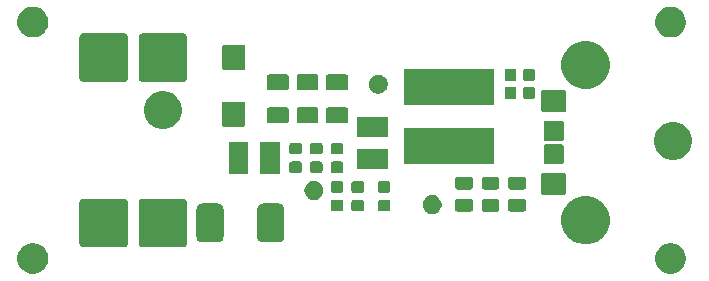
<source format=gts>
G04 #@! TF.GenerationSoftware,KiCad,Pcbnew,5.0.2-bee76a0~70~ubuntu16.04.1*
G04 #@! TF.CreationDate,2019-03-06T23:45:18+01:00*
G04 #@! TF.ProjectId,24VDC_to_USB_voltage_converter,32345644-435f-4746-9f5f-5553425f766f,rev?*
G04 #@! TF.SameCoordinates,Original*
G04 #@! TF.FileFunction,Soldermask,Top*
G04 #@! TF.FilePolarity,Negative*
%FSLAX46Y46*%
G04 Gerber Fmt 4.6, Leading zero omitted, Abs format (unit mm)*
G04 Created by KiCad (PCBNEW 5.0.2-bee76a0~70~ubuntu16.04.1) date Wed 06 Mar 2019 11:45:18 PM CET*
%MOMM*%
%LPD*%
G01*
G04 APERTURE LIST*
%ADD10C,0.100000*%
G04 APERTURE END LIST*
D10*
G36*
X26579485Y-46098996D02*
X26579487Y-46098997D01*
X26579488Y-46098997D01*
X26697253Y-46147777D01*
X26816255Y-46197069D01*
X27029342Y-46339449D01*
X27210551Y-46520658D01*
X27352931Y-46733745D01*
X27451004Y-46970515D01*
X27501000Y-47221861D01*
X27501000Y-47478139D01*
X27451004Y-47729485D01*
X27352931Y-47966255D01*
X27210551Y-48179342D01*
X27029342Y-48360551D01*
X27029339Y-48360553D01*
X26816255Y-48502931D01*
X26579488Y-48601003D01*
X26579487Y-48601003D01*
X26579485Y-48601004D01*
X26328139Y-48651000D01*
X26071861Y-48651000D01*
X25820515Y-48601004D01*
X25820513Y-48601003D01*
X25820512Y-48601003D01*
X25583745Y-48502931D01*
X25370661Y-48360553D01*
X25370658Y-48360551D01*
X25189449Y-48179342D01*
X25047069Y-47966255D01*
X24948996Y-47729485D01*
X24899000Y-47478139D01*
X24899000Y-47221861D01*
X24948996Y-46970515D01*
X25047069Y-46733745D01*
X25189449Y-46520658D01*
X25370658Y-46339449D01*
X25583745Y-46197069D01*
X25702747Y-46147777D01*
X25820512Y-46098997D01*
X25820513Y-46098997D01*
X25820515Y-46098996D01*
X26071861Y-46049000D01*
X26328139Y-46049000D01*
X26579485Y-46098996D01*
X26579485Y-46098996D01*
G37*
G36*
X80579485Y-46098996D02*
X80579487Y-46098997D01*
X80579488Y-46098997D01*
X80697253Y-46147777D01*
X80816255Y-46197069D01*
X81029342Y-46339449D01*
X81210551Y-46520658D01*
X81352931Y-46733745D01*
X81451004Y-46970515D01*
X81501000Y-47221861D01*
X81501000Y-47478139D01*
X81451004Y-47729485D01*
X81352931Y-47966255D01*
X81210551Y-48179342D01*
X81029342Y-48360551D01*
X81029339Y-48360553D01*
X80816255Y-48502931D01*
X80579488Y-48601003D01*
X80579487Y-48601003D01*
X80579485Y-48601004D01*
X80328139Y-48651000D01*
X80071861Y-48651000D01*
X79820515Y-48601004D01*
X79820513Y-48601003D01*
X79820512Y-48601003D01*
X79583745Y-48502931D01*
X79370661Y-48360553D01*
X79370658Y-48360551D01*
X79189449Y-48179342D01*
X79047069Y-47966255D01*
X78948996Y-47729485D01*
X78899000Y-47478139D01*
X78899000Y-47221861D01*
X78948996Y-46970515D01*
X79047069Y-46733745D01*
X79189449Y-46520658D01*
X79370658Y-46339449D01*
X79583745Y-46197069D01*
X79702747Y-46147777D01*
X79820512Y-46098997D01*
X79820513Y-46098997D01*
X79820515Y-46098996D01*
X80071861Y-46049000D01*
X80328139Y-46049000D01*
X80579485Y-46098996D01*
X80579485Y-46098996D01*
G37*
G36*
X39001200Y-42305553D02*
X39059273Y-42323170D01*
X39112805Y-42351783D01*
X39159717Y-42390283D01*
X39198217Y-42437195D01*
X39226830Y-42490727D01*
X39244447Y-42548800D01*
X39251000Y-42615340D01*
X39251000Y-46084660D01*
X39244447Y-46151200D01*
X39226830Y-46209273D01*
X39198217Y-46262805D01*
X39159717Y-46309717D01*
X39112805Y-46348217D01*
X39059273Y-46376830D01*
X39001200Y-46394447D01*
X38934660Y-46401000D01*
X35465340Y-46401000D01*
X35398800Y-46394447D01*
X35340727Y-46376830D01*
X35287195Y-46348217D01*
X35240283Y-46309717D01*
X35201783Y-46262805D01*
X35173170Y-46209273D01*
X35155553Y-46151200D01*
X35149000Y-46084660D01*
X35149000Y-42615340D01*
X35155553Y-42548800D01*
X35173170Y-42490727D01*
X35201783Y-42437195D01*
X35240283Y-42390283D01*
X35287195Y-42351783D01*
X35340727Y-42323170D01*
X35398800Y-42305553D01*
X35465340Y-42299000D01*
X38934660Y-42299000D01*
X39001200Y-42305553D01*
X39001200Y-42305553D01*
G37*
G36*
X34001200Y-42305553D02*
X34059273Y-42323170D01*
X34112805Y-42351783D01*
X34159717Y-42390283D01*
X34198217Y-42437195D01*
X34226830Y-42490727D01*
X34244447Y-42548800D01*
X34251000Y-42615340D01*
X34251000Y-46084660D01*
X34244447Y-46151200D01*
X34226830Y-46209273D01*
X34198217Y-46262805D01*
X34159717Y-46309717D01*
X34112805Y-46348217D01*
X34059273Y-46376830D01*
X34001200Y-46394447D01*
X33934660Y-46401000D01*
X30465340Y-46401000D01*
X30398800Y-46394447D01*
X30340727Y-46376830D01*
X30287195Y-46348217D01*
X30240283Y-46309717D01*
X30201783Y-46262805D01*
X30173170Y-46209273D01*
X30155553Y-46151200D01*
X30149000Y-46084660D01*
X30149000Y-42615340D01*
X30155553Y-42548800D01*
X30173170Y-42490727D01*
X30201783Y-42437195D01*
X30240283Y-42390283D01*
X30287195Y-42351783D01*
X30340727Y-42323170D01*
X30398800Y-42305553D01*
X30465340Y-42299000D01*
X33934660Y-42299000D01*
X34001200Y-42305553D01*
X34001200Y-42305553D01*
G37*
G36*
X73598252Y-42147818D02*
X73598254Y-42147819D01*
X73598255Y-42147819D01*
X73971513Y-42302427D01*
X74223110Y-42470539D01*
X74307439Y-42526886D01*
X74593114Y-42812561D01*
X74593116Y-42812564D01*
X74817573Y-43148487D01*
X74972181Y-43521745D01*
X75051000Y-43917994D01*
X75051000Y-44322006D01*
X74972181Y-44718255D01*
X74817573Y-45091513D01*
X74817572Y-45091514D01*
X74593114Y-45427439D01*
X74307439Y-45713114D01*
X74307436Y-45713116D01*
X73971513Y-45937573D01*
X73598255Y-46092181D01*
X73598254Y-46092181D01*
X73598252Y-46092182D01*
X73202007Y-46171000D01*
X72797993Y-46171000D01*
X72401748Y-46092182D01*
X72401746Y-46092181D01*
X72401745Y-46092181D01*
X72028487Y-45937573D01*
X71692564Y-45713116D01*
X71692561Y-45713114D01*
X71406886Y-45427439D01*
X71182428Y-45091514D01*
X71182427Y-45091513D01*
X71027819Y-44718255D01*
X70949000Y-44322006D01*
X70949000Y-43917994D01*
X71027819Y-43521745D01*
X71182427Y-43148487D01*
X71406884Y-42812564D01*
X71406886Y-42812561D01*
X71692561Y-42526886D01*
X71776890Y-42470539D01*
X72028487Y-42302427D01*
X72401745Y-42147819D01*
X72401746Y-42147819D01*
X72401748Y-42147818D01*
X72797993Y-42069000D01*
X73202007Y-42069000D01*
X73598252Y-42147818D01*
X73598252Y-42147818D01*
G37*
G36*
X47087965Y-42709450D02*
X47184086Y-42738608D01*
X47272669Y-42785957D01*
X47350318Y-42849682D01*
X47414043Y-42927331D01*
X47461392Y-43015914D01*
X47490550Y-43112035D01*
X47501000Y-43218140D01*
X47501000Y-45481860D01*
X47490550Y-45587965D01*
X47461392Y-45684086D01*
X47414043Y-45772669D01*
X47350318Y-45850318D01*
X47272669Y-45914043D01*
X47184086Y-45961392D01*
X47087965Y-45990550D01*
X46981860Y-46001000D01*
X45718140Y-46001000D01*
X45612035Y-45990550D01*
X45515914Y-45961392D01*
X45427331Y-45914043D01*
X45349682Y-45850318D01*
X45285957Y-45772669D01*
X45238608Y-45684086D01*
X45209450Y-45587965D01*
X45199000Y-45481860D01*
X45199000Y-43218140D01*
X45209450Y-43112035D01*
X45238608Y-43015914D01*
X45285957Y-42927331D01*
X45349682Y-42849682D01*
X45427331Y-42785957D01*
X45515914Y-42738608D01*
X45612035Y-42709450D01*
X45718140Y-42699000D01*
X46981860Y-42699000D01*
X47087965Y-42709450D01*
X47087965Y-42709450D01*
G37*
G36*
X41937965Y-42709450D02*
X42034086Y-42738608D01*
X42122669Y-42785957D01*
X42200318Y-42849682D01*
X42264043Y-42927331D01*
X42311392Y-43015914D01*
X42340550Y-43112035D01*
X42351000Y-43218140D01*
X42351000Y-45481860D01*
X42340550Y-45587965D01*
X42311392Y-45684086D01*
X42264043Y-45772669D01*
X42200318Y-45850318D01*
X42122669Y-45914043D01*
X42034086Y-45961392D01*
X41937965Y-45990550D01*
X41831860Y-46001000D01*
X40568140Y-46001000D01*
X40462035Y-45990550D01*
X40365914Y-45961392D01*
X40277331Y-45914043D01*
X40199682Y-45850318D01*
X40135957Y-45772669D01*
X40088608Y-45684086D01*
X40059450Y-45587965D01*
X40049000Y-45481860D01*
X40049000Y-43218140D01*
X40059450Y-43112035D01*
X40088608Y-43015914D01*
X40135957Y-42927331D01*
X40199682Y-42849682D01*
X40277331Y-42785957D01*
X40365914Y-42738608D01*
X40462035Y-42709450D01*
X40568140Y-42699000D01*
X41831860Y-42699000D01*
X41937965Y-42709450D01*
X41937965Y-42709450D01*
G37*
G36*
X60233643Y-42029781D02*
X60379415Y-42090162D01*
X60510611Y-42177824D01*
X60622176Y-42289389D01*
X60709838Y-42420585D01*
X60770219Y-42566357D01*
X60801000Y-42721107D01*
X60801000Y-42878893D01*
X60770219Y-43033643D01*
X60709838Y-43179415D01*
X60622176Y-43310611D01*
X60510611Y-43422176D01*
X60379415Y-43509838D01*
X60233643Y-43570219D01*
X60078893Y-43601000D01*
X59921107Y-43601000D01*
X59766357Y-43570219D01*
X59620585Y-43509838D01*
X59489389Y-43422176D01*
X59377824Y-43310611D01*
X59290162Y-43179415D01*
X59229781Y-43033643D01*
X59199000Y-42878893D01*
X59199000Y-42721107D01*
X59229781Y-42566357D01*
X59290162Y-42420585D01*
X59377824Y-42289389D01*
X59489389Y-42177824D01*
X59620585Y-42090162D01*
X59766357Y-42029781D01*
X59921107Y-41999000D01*
X60078893Y-41999000D01*
X60233643Y-42029781D01*
X60233643Y-42029781D01*
G37*
G36*
X67784466Y-42328564D02*
X67823137Y-42340295D01*
X67858779Y-42359347D01*
X67890017Y-42384982D01*
X67915652Y-42416220D01*
X67934704Y-42451862D01*
X67946435Y-42490533D01*
X67951000Y-42536887D01*
X67951000Y-43188111D01*
X67946435Y-43234465D01*
X67934704Y-43273136D01*
X67915652Y-43308778D01*
X67890017Y-43340016D01*
X67858779Y-43365651D01*
X67823137Y-43384703D01*
X67784466Y-43396434D01*
X67738112Y-43400999D01*
X66661888Y-43400999D01*
X66615534Y-43396434D01*
X66576863Y-43384703D01*
X66541221Y-43365651D01*
X66509983Y-43340016D01*
X66484348Y-43308778D01*
X66465296Y-43273136D01*
X66453565Y-43234465D01*
X66449000Y-43188111D01*
X66449000Y-42536887D01*
X66453565Y-42490533D01*
X66465296Y-42451862D01*
X66484348Y-42416220D01*
X66509983Y-42384982D01*
X66541221Y-42359347D01*
X66576863Y-42340295D01*
X66615534Y-42328564D01*
X66661888Y-42323999D01*
X67738112Y-42323999D01*
X67784466Y-42328564D01*
X67784466Y-42328564D01*
G37*
G36*
X65534466Y-42328564D02*
X65573137Y-42340295D01*
X65608779Y-42359347D01*
X65640017Y-42384982D01*
X65665652Y-42416220D01*
X65684704Y-42451862D01*
X65696435Y-42490533D01*
X65701000Y-42536887D01*
X65701000Y-43188111D01*
X65696435Y-43234465D01*
X65684704Y-43273136D01*
X65665652Y-43308778D01*
X65640017Y-43340016D01*
X65608779Y-43365651D01*
X65573137Y-43384703D01*
X65534466Y-43396434D01*
X65488112Y-43400999D01*
X64411888Y-43400999D01*
X64365534Y-43396434D01*
X64326863Y-43384703D01*
X64291221Y-43365651D01*
X64259983Y-43340016D01*
X64234348Y-43308778D01*
X64215296Y-43273136D01*
X64203565Y-43234465D01*
X64199000Y-43188111D01*
X64199000Y-42536887D01*
X64203565Y-42490533D01*
X64215296Y-42451862D01*
X64234348Y-42416220D01*
X64259983Y-42384982D01*
X64291221Y-42359347D01*
X64326863Y-42340295D01*
X64365534Y-42328564D01*
X64411888Y-42323999D01*
X65488112Y-42323999D01*
X65534466Y-42328564D01*
X65534466Y-42328564D01*
G37*
G36*
X63284466Y-42328564D02*
X63323137Y-42340295D01*
X63358779Y-42359347D01*
X63390017Y-42384982D01*
X63415652Y-42416220D01*
X63434704Y-42451862D01*
X63446435Y-42490533D01*
X63451000Y-42536887D01*
X63451000Y-43188111D01*
X63446435Y-43234465D01*
X63434704Y-43273136D01*
X63415652Y-43308778D01*
X63390017Y-43340016D01*
X63358779Y-43365651D01*
X63323137Y-43384703D01*
X63284466Y-43396434D01*
X63238112Y-43400999D01*
X62161888Y-43400999D01*
X62115534Y-43396434D01*
X62076863Y-43384703D01*
X62041221Y-43365651D01*
X62009983Y-43340016D01*
X61984348Y-43308778D01*
X61965296Y-43273136D01*
X61953565Y-43234465D01*
X61949000Y-43188111D01*
X61949000Y-42536887D01*
X61953565Y-42490533D01*
X61965296Y-42451862D01*
X61984348Y-42416220D01*
X62009983Y-42384982D01*
X62041221Y-42359347D01*
X62076863Y-42340295D01*
X62115534Y-42328564D01*
X62161888Y-42323999D01*
X63238112Y-42323999D01*
X63284466Y-42328564D01*
X63284466Y-42328564D01*
G37*
G36*
X52329591Y-42403085D02*
X52363569Y-42413393D01*
X52394887Y-42430133D01*
X52422339Y-42452661D01*
X52444867Y-42480113D01*
X52461607Y-42511431D01*
X52471915Y-42545409D01*
X52476000Y-42586890D01*
X52476000Y-43188110D01*
X52471915Y-43229591D01*
X52461607Y-43263569D01*
X52444867Y-43294887D01*
X52422339Y-43322339D01*
X52394887Y-43344867D01*
X52363569Y-43361607D01*
X52329591Y-43371915D01*
X52288110Y-43376000D01*
X51611890Y-43376000D01*
X51570409Y-43371915D01*
X51536431Y-43361607D01*
X51505113Y-43344867D01*
X51477661Y-43322339D01*
X51455133Y-43294887D01*
X51438393Y-43263569D01*
X51428085Y-43229591D01*
X51424000Y-43188110D01*
X51424000Y-42586890D01*
X51428085Y-42545409D01*
X51438393Y-42511431D01*
X51455133Y-42480113D01*
X51477661Y-42452661D01*
X51505113Y-42430133D01*
X51536431Y-42413393D01*
X51570409Y-42403085D01*
X51611890Y-42399000D01*
X52288110Y-42399000D01*
X52329591Y-42403085D01*
X52329591Y-42403085D01*
G37*
G36*
X56329591Y-42403085D02*
X56363569Y-42413393D01*
X56394887Y-42430133D01*
X56422339Y-42452661D01*
X56444867Y-42480113D01*
X56461607Y-42511431D01*
X56471915Y-42545409D01*
X56476000Y-42586890D01*
X56476000Y-43188110D01*
X56471915Y-43229591D01*
X56461607Y-43263569D01*
X56444867Y-43294887D01*
X56422339Y-43322339D01*
X56394887Y-43344867D01*
X56363569Y-43361607D01*
X56329591Y-43371915D01*
X56288110Y-43376000D01*
X55611890Y-43376000D01*
X55570409Y-43371915D01*
X55536431Y-43361607D01*
X55505113Y-43344867D01*
X55477661Y-43322339D01*
X55455133Y-43294887D01*
X55438393Y-43263569D01*
X55428085Y-43229591D01*
X55424000Y-43188110D01*
X55424000Y-42586890D01*
X55428085Y-42545409D01*
X55438393Y-42511431D01*
X55455133Y-42480113D01*
X55477661Y-42452661D01*
X55505113Y-42430133D01*
X55536431Y-42413393D01*
X55570409Y-42403085D01*
X55611890Y-42399000D01*
X56288110Y-42399000D01*
X56329591Y-42403085D01*
X56329591Y-42403085D01*
G37*
G36*
X54079591Y-42403085D02*
X54113569Y-42413393D01*
X54144887Y-42430133D01*
X54172339Y-42452661D01*
X54194867Y-42480113D01*
X54211607Y-42511431D01*
X54221915Y-42545409D01*
X54226000Y-42586890D01*
X54226000Y-43188110D01*
X54221915Y-43229591D01*
X54211607Y-43263569D01*
X54194867Y-43294887D01*
X54172339Y-43322339D01*
X54144887Y-43344867D01*
X54113569Y-43361607D01*
X54079591Y-43371915D01*
X54038110Y-43376000D01*
X53361890Y-43376000D01*
X53320409Y-43371915D01*
X53286431Y-43361607D01*
X53255113Y-43344867D01*
X53227661Y-43322339D01*
X53205133Y-43294887D01*
X53188393Y-43263569D01*
X53178085Y-43229591D01*
X53174000Y-43188110D01*
X53174000Y-42586890D01*
X53178085Y-42545409D01*
X53188393Y-42511431D01*
X53205133Y-42480113D01*
X53227661Y-42452661D01*
X53255113Y-42430133D01*
X53286431Y-42413393D01*
X53320409Y-42403085D01*
X53361890Y-42399000D01*
X54038110Y-42399000D01*
X54079591Y-42403085D01*
X54079591Y-42403085D01*
G37*
G36*
X50233643Y-40829781D02*
X50379415Y-40890162D01*
X50510611Y-40977824D01*
X50622176Y-41089389D01*
X50709838Y-41220585D01*
X50770219Y-41366357D01*
X50801000Y-41521107D01*
X50801000Y-41678893D01*
X50770219Y-41833643D01*
X50709838Y-41979415D01*
X50622176Y-42110611D01*
X50510611Y-42222176D01*
X50379415Y-42309838D01*
X50233643Y-42370219D01*
X50078893Y-42401000D01*
X49921107Y-42401000D01*
X49766357Y-42370219D01*
X49620585Y-42309838D01*
X49489389Y-42222176D01*
X49377824Y-42110611D01*
X49290162Y-41979415D01*
X49229781Y-41833643D01*
X49199000Y-41678893D01*
X49199000Y-41521107D01*
X49229781Y-41366357D01*
X49290162Y-41220585D01*
X49377824Y-41089389D01*
X49489389Y-40977824D01*
X49620585Y-40890162D01*
X49766357Y-40829781D01*
X49921107Y-40799000D01*
X50078893Y-40799000D01*
X50233643Y-40829781D01*
X50233643Y-40829781D01*
G37*
G36*
X71181669Y-40103394D02*
X71218664Y-40114616D01*
X71252754Y-40132838D01*
X71282638Y-40157362D01*
X71307162Y-40187246D01*
X71325384Y-40221336D01*
X71336606Y-40258331D01*
X71341000Y-40302941D01*
X71341000Y-41797059D01*
X71336606Y-41841669D01*
X71325384Y-41878664D01*
X71307162Y-41912754D01*
X71282638Y-41942638D01*
X71252754Y-41967162D01*
X71218664Y-41985384D01*
X71181669Y-41996606D01*
X71137059Y-42001000D01*
X69442941Y-42001000D01*
X69398331Y-41996606D01*
X69361336Y-41985384D01*
X69327246Y-41967162D01*
X69297362Y-41942638D01*
X69272838Y-41912754D01*
X69254616Y-41878664D01*
X69243394Y-41841669D01*
X69239000Y-41797059D01*
X69239000Y-40302941D01*
X69243394Y-40258331D01*
X69254616Y-40221336D01*
X69272838Y-40187246D01*
X69297362Y-40157362D01*
X69327246Y-40132838D01*
X69361336Y-40114616D01*
X69398331Y-40103394D01*
X69442941Y-40099000D01*
X71137059Y-40099000D01*
X71181669Y-40103394D01*
X71181669Y-40103394D01*
G37*
G36*
X52329591Y-40828085D02*
X52363569Y-40838393D01*
X52394887Y-40855133D01*
X52422339Y-40877661D01*
X52444867Y-40905113D01*
X52461607Y-40936431D01*
X52471915Y-40970409D01*
X52476000Y-41011890D01*
X52476000Y-41613110D01*
X52471915Y-41654591D01*
X52461607Y-41688569D01*
X52444867Y-41719887D01*
X52422339Y-41747339D01*
X52394887Y-41769867D01*
X52363569Y-41786607D01*
X52329591Y-41796915D01*
X52288110Y-41801000D01*
X51611890Y-41801000D01*
X51570409Y-41796915D01*
X51536431Y-41786607D01*
X51505113Y-41769867D01*
X51477661Y-41747339D01*
X51455133Y-41719887D01*
X51438393Y-41688569D01*
X51428085Y-41654591D01*
X51424000Y-41613110D01*
X51424000Y-41011890D01*
X51428085Y-40970409D01*
X51438393Y-40936431D01*
X51455133Y-40905113D01*
X51477661Y-40877661D01*
X51505113Y-40855133D01*
X51536431Y-40838393D01*
X51570409Y-40828085D01*
X51611890Y-40824000D01*
X52288110Y-40824000D01*
X52329591Y-40828085D01*
X52329591Y-40828085D01*
G37*
G36*
X54079591Y-40828085D02*
X54113569Y-40838393D01*
X54144887Y-40855133D01*
X54172339Y-40877661D01*
X54194867Y-40905113D01*
X54211607Y-40936431D01*
X54221915Y-40970409D01*
X54226000Y-41011890D01*
X54226000Y-41613110D01*
X54221915Y-41654591D01*
X54211607Y-41688569D01*
X54194867Y-41719887D01*
X54172339Y-41747339D01*
X54144887Y-41769867D01*
X54113569Y-41786607D01*
X54079591Y-41796915D01*
X54038110Y-41801000D01*
X53361890Y-41801000D01*
X53320409Y-41796915D01*
X53286431Y-41786607D01*
X53255113Y-41769867D01*
X53227661Y-41747339D01*
X53205133Y-41719887D01*
X53188393Y-41688569D01*
X53178085Y-41654591D01*
X53174000Y-41613110D01*
X53174000Y-41011890D01*
X53178085Y-40970409D01*
X53188393Y-40936431D01*
X53205133Y-40905113D01*
X53227661Y-40877661D01*
X53255113Y-40855133D01*
X53286431Y-40838393D01*
X53320409Y-40828085D01*
X53361890Y-40824000D01*
X54038110Y-40824000D01*
X54079591Y-40828085D01*
X54079591Y-40828085D01*
G37*
G36*
X56329591Y-40828085D02*
X56363569Y-40838393D01*
X56394887Y-40855133D01*
X56422339Y-40877661D01*
X56444867Y-40905113D01*
X56461607Y-40936431D01*
X56471915Y-40970409D01*
X56476000Y-41011890D01*
X56476000Y-41613110D01*
X56471915Y-41654591D01*
X56461607Y-41688569D01*
X56444867Y-41719887D01*
X56422339Y-41747339D01*
X56394887Y-41769867D01*
X56363569Y-41786607D01*
X56329591Y-41796915D01*
X56288110Y-41801000D01*
X55611890Y-41801000D01*
X55570409Y-41796915D01*
X55536431Y-41786607D01*
X55505113Y-41769867D01*
X55477661Y-41747339D01*
X55455133Y-41719887D01*
X55438393Y-41688569D01*
X55428085Y-41654591D01*
X55424000Y-41613110D01*
X55424000Y-41011890D01*
X55428085Y-40970409D01*
X55438393Y-40936431D01*
X55455133Y-40905113D01*
X55477661Y-40877661D01*
X55505113Y-40855133D01*
X55536431Y-40838393D01*
X55570409Y-40828085D01*
X55611890Y-40824000D01*
X56288110Y-40824000D01*
X56329591Y-40828085D01*
X56329591Y-40828085D01*
G37*
G36*
X65534466Y-40453564D02*
X65573137Y-40465295D01*
X65608779Y-40484347D01*
X65640017Y-40509982D01*
X65665652Y-40541220D01*
X65684704Y-40576862D01*
X65696435Y-40615533D01*
X65701000Y-40661887D01*
X65701000Y-41313111D01*
X65696435Y-41359465D01*
X65684704Y-41398136D01*
X65665652Y-41433778D01*
X65640017Y-41465016D01*
X65608779Y-41490651D01*
X65573137Y-41509703D01*
X65534466Y-41521434D01*
X65488112Y-41525999D01*
X64411888Y-41525999D01*
X64365534Y-41521434D01*
X64326863Y-41509703D01*
X64291221Y-41490651D01*
X64259983Y-41465016D01*
X64234348Y-41433778D01*
X64215296Y-41398136D01*
X64203565Y-41359465D01*
X64199000Y-41313111D01*
X64199000Y-40661887D01*
X64203565Y-40615533D01*
X64215296Y-40576862D01*
X64234348Y-40541220D01*
X64259983Y-40509982D01*
X64291221Y-40484347D01*
X64326863Y-40465295D01*
X64365534Y-40453564D01*
X64411888Y-40448999D01*
X65488112Y-40448999D01*
X65534466Y-40453564D01*
X65534466Y-40453564D01*
G37*
G36*
X63284466Y-40453564D02*
X63323137Y-40465295D01*
X63358779Y-40484347D01*
X63390017Y-40509982D01*
X63415652Y-40541220D01*
X63434704Y-40576862D01*
X63446435Y-40615533D01*
X63451000Y-40661887D01*
X63451000Y-41313111D01*
X63446435Y-41359465D01*
X63434704Y-41398136D01*
X63415652Y-41433778D01*
X63390017Y-41465016D01*
X63358779Y-41490651D01*
X63323137Y-41509703D01*
X63284466Y-41521434D01*
X63238112Y-41525999D01*
X62161888Y-41525999D01*
X62115534Y-41521434D01*
X62076863Y-41509703D01*
X62041221Y-41490651D01*
X62009983Y-41465016D01*
X61984348Y-41433778D01*
X61965296Y-41398136D01*
X61953565Y-41359465D01*
X61949000Y-41313111D01*
X61949000Y-40661887D01*
X61953565Y-40615533D01*
X61965296Y-40576862D01*
X61984348Y-40541220D01*
X62009983Y-40509982D01*
X62041221Y-40484347D01*
X62076863Y-40465295D01*
X62115534Y-40453564D01*
X62161888Y-40448999D01*
X63238112Y-40448999D01*
X63284466Y-40453564D01*
X63284466Y-40453564D01*
G37*
G36*
X67784466Y-40453564D02*
X67823137Y-40465295D01*
X67858779Y-40484347D01*
X67890017Y-40509982D01*
X67915652Y-40541220D01*
X67934704Y-40576862D01*
X67946435Y-40615533D01*
X67951000Y-40661887D01*
X67951000Y-41313111D01*
X67946435Y-41359465D01*
X67934704Y-41398136D01*
X67915652Y-41433778D01*
X67890017Y-41465016D01*
X67858779Y-41490651D01*
X67823137Y-41509703D01*
X67784466Y-41521434D01*
X67738112Y-41525999D01*
X66661888Y-41525999D01*
X66615534Y-41521434D01*
X66576863Y-41509703D01*
X66541221Y-41490651D01*
X66509983Y-41465016D01*
X66484348Y-41433778D01*
X66465296Y-41398136D01*
X66453565Y-41359465D01*
X66449000Y-41313111D01*
X66449000Y-40661887D01*
X66453565Y-40615533D01*
X66465296Y-40576862D01*
X66484348Y-40541220D01*
X66509983Y-40509982D01*
X66541221Y-40484347D01*
X66576863Y-40465295D01*
X66615534Y-40453564D01*
X66661888Y-40448999D01*
X67738112Y-40448999D01*
X67784466Y-40453564D01*
X67784466Y-40453564D01*
G37*
G36*
X47131000Y-40176000D02*
X45469000Y-40176000D01*
X45469000Y-37524000D01*
X47131000Y-37524000D01*
X47131000Y-40176000D01*
X47131000Y-40176000D01*
G37*
G36*
X44431000Y-40176000D02*
X42769000Y-40176000D01*
X42769000Y-37524000D01*
X44431000Y-37524000D01*
X44431000Y-40176000D01*
X44431000Y-40176000D01*
G37*
G36*
X52329591Y-39153085D02*
X52363569Y-39163393D01*
X52394887Y-39180133D01*
X52422339Y-39202661D01*
X52444867Y-39230113D01*
X52461607Y-39261431D01*
X52471915Y-39295409D01*
X52476000Y-39336890D01*
X52476000Y-39938110D01*
X52471915Y-39979591D01*
X52461607Y-40013569D01*
X52444867Y-40044887D01*
X52422339Y-40072339D01*
X52394887Y-40094867D01*
X52363569Y-40111607D01*
X52329591Y-40121915D01*
X52288110Y-40126000D01*
X51611890Y-40126000D01*
X51570409Y-40121915D01*
X51536431Y-40111607D01*
X51505113Y-40094867D01*
X51477661Y-40072339D01*
X51455133Y-40044887D01*
X51438393Y-40013569D01*
X51428085Y-39979591D01*
X51424000Y-39938110D01*
X51424000Y-39336890D01*
X51428085Y-39295409D01*
X51438393Y-39261431D01*
X51455133Y-39230113D01*
X51477661Y-39202661D01*
X51505113Y-39180133D01*
X51536431Y-39163393D01*
X51570409Y-39153085D01*
X51611890Y-39149000D01*
X52288110Y-39149000D01*
X52329591Y-39153085D01*
X52329591Y-39153085D01*
G37*
G36*
X48829591Y-39153085D02*
X48863569Y-39163393D01*
X48894887Y-39180133D01*
X48922339Y-39202661D01*
X48944867Y-39230113D01*
X48961607Y-39261431D01*
X48971915Y-39295409D01*
X48976000Y-39336890D01*
X48976000Y-39938110D01*
X48971915Y-39979591D01*
X48961607Y-40013569D01*
X48944867Y-40044887D01*
X48922339Y-40072339D01*
X48894887Y-40094867D01*
X48863569Y-40111607D01*
X48829591Y-40121915D01*
X48788110Y-40126000D01*
X48111890Y-40126000D01*
X48070409Y-40121915D01*
X48036431Y-40111607D01*
X48005113Y-40094867D01*
X47977661Y-40072339D01*
X47955133Y-40044887D01*
X47938393Y-40013569D01*
X47928085Y-39979591D01*
X47924000Y-39938110D01*
X47924000Y-39336890D01*
X47928085Y-39295409D01*
X47938393Y-39261431D01*
X47955133Y-39230113D01*
X47977661Y-39202661D01*
X48005113Y-39180133D01*
X48036431Y-39163393D01*
X48070409Y-39153085D01*
X48111890Y-39149000D01*
X48788110Y-39149000D01*
X48829591Y-39153085D01*
X48829591Y-39153085D01*
G37*
G36*
X50579591Y-39153085D02*
X50613569Y-39163393D01*
X50644887Y-39180133D01*
X50672339Y-39202661D01*
X50694867Y-39230113D01*
X50711607Y-39261431D01*
X50721915Y-39295409D01*
X50726000Y-39336890D01*
X50726000Y-39938110D01*
X50721915Y-39979591D01*
X50711607Y-40013569D01*
X50694867Y-40044887D01*
X50672339Y-40072339D01*
X50644887Y-40094867D01*
X50613569Y-40111607D01*
X50579591Y-40121915D01*
X50538110Y-40126000D01*
X49861890Y-40126000D01*
X49820409Y-40121915D01*
X49786431Y-40111607D01*
X49755113Y-40094867D01*
X49727661Y-40072339D01*
X49705133Y-40044887D01*
X49688393Y-40013569D01*
X49678085Y-39979591D01*
X49674000Y-39938110D01*
X49674000Y-39336890D01*
X49678085Y-39295409D01*
X49688393Y-39261431D01*
X49705133Y-39230113D01*
X49727661Y-39202661D01*
X49755113Y-39180133D01*
X49786431Y-39163393D01*
X49820409Y-39153085D01*
X49861890Y-39149000D01*
X50538110Y-39149000D01*
X50579591Y-39153085D01*
X50579591Y-39153085D01*
G37*
G36*
X56276000Y-39781000D02*
X53624000Y-39781000D01*
X53624000Y-38119000D01*
X56276000Y-38119000D01*
X56276000Y-39781000D01*
X56276000Y-39781000D01*
G37*
G36*
X71005816Y-37702817D02*
X71037184Y-37712332D01*
X71066090Y-37727783D01*
X71091425Y-37748575D01*
X71112217Y-37773910D01*
X71127668Y-37802816D01*
X71137183Y-37834184D01*
X71141000Y-37872940D01*
X71141000Y-39227060D01*
X71137183Y-39265816D01*
X71127668Y-39297184D01*
X71112217Y-39326090D01*
X71091425Y-39351425D01*
X71066090Y-39372217D01*
X71037184Y-39387668D01*
X71005816Y-39397183D01*
X70967060Y-39401000D01*
X69612940Y-39401000D01*
X69574184Y-39397183D01*
X69542816Y-39387668D01*
X69513910Y-39372217D01*
X69488575Y-39351425D01*
X69467783Y-39326090D01*
X69452332Y-39297184D01*
X69442817Y-39265816D01*
X69439000Y-39227060D01*
X69439000Y-37872940D01*
X69442817Y-37834184D01*
X69452332Y-37802816D01*
X69467783Y-37773910D01*
X69488575Y-37748575D01*
X69513910Y-37727783D01*
X69542816Y-37712332D01*
X69574184Y-37702817D01*
X69612940Y-37699000D01*
X70967060Y-37699000D01*
X71005816Y-37702817D01*
X71005816Y-37702817D01*
G37*
G36*
X65251000Y-39401000D02*
X57649000Y-39401000D01*
X57649000Y-36299000D01*
X65251000Y-36299000D01*
X65251000Y-39401000D01*
X65251000Y-39401000D01*
G37*
G36*
X80866703Y-35861486D02*
X81157883Y-35982097D01*
X81419944Y-36157201D01*
X81642799Y-36380056D01*
X81817903Y-36642117D01*
X81938514Y-36933297D01*
X82000000Y-37242412D01*
X82000000Y-37557588D01*
X81938514Y-37866703D01*
X81817903Y-38157883D01*
X81642799Y-38419944D01*
X81419944Y-38642799D01*
X81157883Y-38817903D01*
X80866703Y-38938514D01*
X80557588Y-39000000D01*
X80242412Y-39000000D01*
X79933297Y-38938514D01*
X79642117Y-38817903D01*
X79380056Y-38642799D01*
X79157201Y-38419944D01*
X78982097Y-38157883D01*
X78861486Y-37866703D01*
X78800000Y-37557588D01*
X78800000Y-37242412D01*
X78861486Y-36933297D01*
X78982097Y-36642117D01*
X79157201Y-36380056D01*
X79380056Y-36157201D01*
X79642117Y-35982097D01*
X79933297Y-35861486D01*
X80242412Y-35800000D01*
X80557588Y-35800000D01*
X80866703Y-35861486D01*
X80866703Y-35861486D01*
G37*
G36*
X52329591Y-37578085D02*
X52363569Y-37588393D01*
X52394887Y-37605133D01*
X52422339Y-37627661D01*
X52444867Y-37655113D01*
X52461607Y-37686431D01*
X52471915Y-37720409D01*
X52476000Y-37761890D01*
X52476000Y-38363110D01*
X52471915Y-38404591D01*
X52461607Y-38438569D01*
X52444867Y-38469887D01*
X52422339Y-38497339D01*
X52394887Y-38519867D01*
X52363569Y-38536607D01*
X52329591Y-38546915D01*
X52288110Y-38551000D01*
X51611890Y-38551000D01*
X51570409Y-38546915D01*
X51536431Y-38536607D01*
X51505113Y-38519867D01*
X51477661Y-38497339D01*
X51455133Y-38469887D01*
X51438393Y-38438569D01*
X51428085Y-38404591D01*
X51424000Y-38363110D01*
X51424000Y-37761890D01*
X51428085Y-37720409D01*
X51438393Y-37686431D01*
X51455133Y-37655113D01*
X51477661Y-37627661D01*
X51505113Y-37605133D01*
X51536431Y-37588393D01*
X51570409Y-37578085D01*
X51611890Y-37574000D01*
X52288110Y-37574000D01*
X52329591Y-37578085D01*
X52329591Y-37578085D01*
G37*
G36*
X48829591Y-37578085D02*
X48863569Y-37588393D01*
X48894887Y-37605133D01*
X48922339Y-37627661D01*
X48944867Y-37655113D01*
X48961607Y-37686431D01*
X48971915Y-37720409D01*
X48976000Y-37761890D01*
X48976000Y-38363110D01*
X48971915Y-38404591D01*
X48961607Y-38438569D01*
X48944867Y-38469887D01*
X48922339Y-38497339D01*
X48894887Y-38519867D01*
X48863569Y-38536607D01*
X48829591Y-38546915D01*
X48788110Y-38551000D01*
X48111890Y-38551000D01*
X48070409Y-38546915D01*
X48036431Y-38536607D01*
X48005113Y-38519867D01*
X47977661Y-38497339D01*
X47955133Y-38469887D01*
X47938393Y-38438569D01*
X47928085Y-38404591D01*
X47924000Y-38363110D01*
X47924000Y-37761890D01*
X47928085Y-37720409D01*
X47938393Y-37686431D01*
X47955133Y-37655113D01*
X47977661Y-37627661D01*
X48005113Y-37605133D01*
X48036431Y-37588393D01*
X48070409Y-37578085D01*
X48111890Y-37574000D01*
X48788110Y-37574000D01*
X48829591Y-37578085D01*
X48829591Y-37578085D01*
G37*
G36*
X50579591Y-37578085D02*
X50613569Y-37588393D01*
X50644887Y-37605133D01*
X50672339Y-37627661D01*
X50694867Y-37655113D01*
X50711607Y-37686431D01*
X50721915Y-37720409D01*
X50726000Y-37761890D01*
X50726000Y-38363110D01*
X50721915Y-38404591D01*
X50711607Y-38438569D01*
X50694867Y-38469887D01*
X50672339Y-38497339D01*
X50644887Y-38519867D01*
X50613569Y-38536607D01*
X50579591Y-38546915D01*
X50538110Y-38551000D01*
X49861890Y-38551000D01*
X49820409Y-38546915D01*
X49786431Y-38536607D01*
X49755113Y-38519867D01*
X49727661Y-38497339D01*
X49705133Y-38469887D01*
X49688393Y-38438569D01*
X49678085Y-38404591D01*
X49674000Y-38363110D01*
X49674000Y-37761890D01*
X49678085Y-37720409D01*
X49688393Y-37686431D01*
X49705133Y-37655113D01*
X49727661Y-37627661D01*
X49755113Y-37605133D01*
X49786431Y-37588393D01*
X49820409Y-37578085D01*
X49861890Y-37574000D01*
X50538110Y-37574000D01*
X50579591Y-37578085D01*
X50579591Y-37578085D01*
G37*
G36*
X71005816Y-35702817D02*
X71037184Y-35712332D01*
X71066090Y-35727783D01*
X71091425Y-35748575D01*
X71112217Y-35773910D01*
X71127668Y-35802816D01*
X71137183Y-35834184D01*
X71141000Y-35872940D01*
X71141000Y-37227060D01*
X71137183Y-37265816D01*
X71127668Y-37297184D01*
X71112217Y-37326090D01*
X71091425Y-37351425D01*
X71066090Y-37372217D01*
X71037184Y-37387668D01*
X71005816Y-37397183D01*
X70967060Y-37401000D01*
X69612940Y-37401000D01*
X69574184Y-37397183D01*
X69542816Y-37387668D01*
X69513910Y-37372217D01*
X69488575Y-37351425D01*
X69467783Y-37326090D01*
X69452332Y-37297184D01*
X69442817Y-37265816D01*
X69439000Y-37227060D01*
X69439000Y-35872940D01*
X69442817Y-35834184D01*
X69452332Y-35802816D01*
X69467783Y-35773910D01*
X69488575Y-35748575D01*
X69513910Y-35727783D01*
X69542816Y-35712332D01*
X69574184Y-35702817D01*
X69612940Y-35699000D01*
X70967060Y-35699000D01*
X71005816Y-35702817D01*
X71005816Y-35702817D01*
G37*
G36*
X56276000Y-37081000D02*
X53624000Y-37081000D01*
X53624000Y-35419000D01*
X56276000Y-35419000D01*
X56276000Y-37081000D01*
X56276000Y-37081000D01*
G37*
G36*
X37666703Y-33261486D02*
X37957883Y-33382097D01*
X38219944Y-33557201D01*
X38442799Y-33780056D01*
X38617903Y-34042117D01*
X38738514Y-34333297D01*
X38800000Y-34642412D01*
X38800000Y-34957588D01*
X38738514Y-35266703D01*
X38617903Y-35557883D01*
X38442799Y-35819944D01*
X38219944Y-36042799D01*
X37957883Y-36217903D01*
X37666703Y-36338514D01*
X37357588Y-36400000D01*
X37042412Y-36400000D01*
X36733297Y-36338514D01*
X36442117Y-36217903D01*
X36180056Y-36042799D01*
X35957201Y-35819944D01*
X35782097Y-35557883D01*
X35661486Y-35266703D01*
X35600000Y-34957588D01*
X35600000Y-34642412D01*
X35661486Y-34333297D01*
X35782097Y-34042117D01*
X35957201Y-33780056D01*
X36180056Y-33557201D01*
X36442117Y-33382097D01*
X36733297Y-33261486D01*
X37042412Y-33200000D01*
X37357588Y-33200000D01*
X37666703Y-33261486D01*
X37666703Y-33261486D01*
G37*
G36*
X44078277Y-34101326D02*
X44095087Y-34106425D01*
X44110578Y-34114706D01*
X44124153Y-34125847D01*
X44135294Y-34139422D01*
X44143575Y-34154913D01*
X44148674Y-34171723D01*
X44151000Y-34195340D01*
X44151000Y-36104660D01*
X44148674Y-36128277D01*
X44143575Y-36145087D01*
X44135294Y-36160578D01*
X44124153Y-36174153D01*
X44110578Y-36185294D01*
X44095087Y-36193575D01*
X44078277Y-36198674D01*
X44054660Y-36201000D01*
X42345340Y-36201000D01*
X42321723Y-36198674D01*
X42304913Y-36193575D01*
X42289422Y-36185294D01*
X42275847Y-36174153D01*
X42264706Y-36160578D01*
X42256425Y-36145087D01*
X42251326Y-36128277D01*
X42249000Y-36104660D01*
X42249000Y-34195340D01*
X42251326Y-34171723D01*
X42256425Y-34154913D01*
X42264706Y-34139422D01*
X42275847Y-34125847D01*
X42289422Y-34114706D01*
X42304913Y-34106425D01*
X42321723Y-34101326D01*
X42345340Y-34099000D01*
X44054660Y-34099000D01*
X44078277Y-34101326D01*
X44078277Y-34101326D01*
G37*
G36*
X50218604Y-34578347D02*
X50255145Y-34589432D01*
X50288820Y-34607431D01*
X50318341Y-34631659D01*
X50342569Y-34661180D01*
X50360568Y-34694855D01*
X50371653Y-34731396D01*
X50376000Y-34775538D01*
X50376000Y-35724462D01*
X50371653Y-35768604D01*
X50360568Y-35805145D01*
X50342569Y-35838820D01*
X50318341Y-35868341D01*
X50288820Y-35892569D01*
X50255145Y-35910568D01*
X50218604Y-35921653D01*
X50174462Y-35926000D01*
X48725538Y-35926000D01*
X48681396Y-35921653D01*
X48644855Y-35910568D01*
X48611180Y-35892569D01*
X48581659Y-35868341D01*
X48557431Y-35838820D01*
X48539432Y-35805145D01*
X48528347Y-35768604D01*
X48524000Y-35724462D01*
X48524000Y-34775538D01*
X48528347Y-34731396D01*
X48539432Y-34694855D01*
X48557431Y-34661180D01*
X48581659Y-34631659D01*
X48611180Y-34607431D01*
X48644855Y-34589432D01*
X48681396Y-34578347D01*
X48725538Y-34574000D01*
X50174462Y-34574000D01*
X50218604Y-34578347D01*
X50218604Y-34578347D01*
G37*
G36*
X52718604Y-34578347D02*
X52755145Y-34589432D01*
X52788820Y-34607431D01*
X52818341Y-34631659D01*
X52842569Y-34661180D01*
X52860568Y-34694855D01*
X52871653Y-34731396D01*
X52876000Y-34775538D01*
X52876000Y-35724462D01*
X52871653Y-35768604D01*
X52860568Y-35805145D01*
X52842569Y-35838820D01*
X52818341Y-35868341D01*
X52788820Y-35892569D01*
X52755145Y-35910568D01*
X52718604Y-35921653D01*
X52674462Y-35926000D01*
X51225538Y-35926000D01*
X51181396Y-35921653D01*
X51144855Y-35910568D01*
X51111180Y-35892569D01*
X51081659Y-35868341D01*
X51057431Y-35838820D01*
X51039432Y-35805145D01*
X51028347Y-35768604D01*
X51024000Y-35724462D01*
X51024000Y-34775538D01*
X51028347Y-34731396D01*
X51039432Y-34694855D01*
X51057431Y-34661180D01*
X51081659Y-34631659D01*
X51111180Y-34607431D01*
X51144855Y-34589432D01*
X51181396Y-34578347D01*
X51225538Y-34574000D01*
X52674462Y-34574000D01*
X52718604Y-34578347D01*
X52718604Y-34578347D01*
G37*
G36*
X47718604Y-34578347D02*
X47755145Y-34589432D01*
X47788820Y-34607431D01*
X47818341Y-34631659D01*
X47842569Y-34661180D01*
X47860568Y-34694855D01*
X47871653Y-34731396D01*
X47876000Y-34775538D01*
X47876000Y-35724462D01*
X47871653Y-35768604D01*
X47860568Y-35805145D01*
X47842569Y-35838820D01*
X47818341Y-35868341D01*
X47788820Y-35892569D01*
X47755145Y-35910568D01*
X47718604Y-35921653D01*
X47674462Y-35926000D01*
X46225538Y-35926000D01*
X46181396Y-35921653D01*
X46144855Y-35910568D01*
X46111180Y-35892569D01*
X46081659Y-35868341D01*
X46057431Y-35838820D01*
X46039432Y-35805145D01*
X46028347Y-35768604D01*
X46024000Y-35724462D01*
X46024000Y-34775538D01*
X46028347Y-34731396D01*
X46039432Y-34694855D01*
X46057431Y-34661180D01*
X46081659Y-34631659D01*
X46111180Y-34607431D01*
X46144855Y-34589432D01*
X46181396Y-34578347D01*
X46225538Y-34574000D01*
X47674462Y-34574000D01*
X47718604Y-34578347D01*
X47718604Y-34578347D01*
G37*
G36*
X71181669Y-33103394D02*
X71218664Y-33114616D01*
X71252754Y-33132838D01*
X71282638Y-33157362D01*
X71307162Y-33187246D01*
X71325384Y-33221336D01*
X71336606Y-33258331D01*
X71341000Y-33302941D01*
X71341000Y-34797059D01*
X71336606Y-34841669D01*
X71325384Y-34878664D01*
X71307162Y-34912754D01*
X71282638Y-34942638D01*
X71252754Y-34967162D01*
X71218664Y-34985384D01*
X71181669Y-34996606D01*
X71137059Y-35001000D01*
X69442941Y-35001000D01*
X69398331Y-34996606D01*
X69361336Y-34985384D01*
X69327246Y-34967162D01*
X69297362Y-34942638D01*
X69272838Y-34912754D01*
X69254616Y-34878664D01*
X69243394Y-34841669D01*
X69239000Y-34797059D01*
X69239000Y-33302941D01*
X69243394Y-33258331D01*
X69254616Y-33221336D01*
X69272838Y-33187246D01*
X69297362Y-33157362D01*
X69327246Y-33132838D01*
X69361336Y-33114616D01*
X69398331Y-33103394D01*
X69442941Y-33099000D01*
X71137059Y-33099000D01*
X71181669Y-33103394D01*
X71181669Y-33103394D01*
G37*
G36*
X65251000Y-34401000D02*
X57649000Y-34401000D01*
X57649000Y-31299000D01*
X65251000Y-31299000D01*
X65251000Y-34401000D01*
X65251000Y-34401000D01*
G37*
G36*
X68546399Y-32809392D02*
X68580377Y-32819700D01*
X68611695Y-32836440D01*
X68639147Y-32858968D01*
X68661675Y-32886420D01*
X68678415Y-32917738D01*
X68688723Y-32951716D01*
X68692808Y-32993197D01*
X68692808Y-33669417D01*
X68688723Y-33710898D01*
X68678415Y-33744876D01*
X68661675Y-33776194D01*
X68639147Y-33803646D01*
X68611695Y-33826174D01*
X68580377Y-33842914D01*
X68546399Y-33853222D01*
X68504918Y-33857307D01*
X67903698Y-33857307D01*
X67862217Y-33853222D01*
X67828239Y-33842914D01*
X67796921Y-33826174D01*
X67769469Y-33803646D01*
X67746941Y-33776194D01*
X67730201Y-33744876D01*
X67719893Y-33710898D01*
X67715808Y-33669417D01*
X67715808Y-32993197D01*
X67719893Y-32951716D01*
X67730201Y-32917738D01*
X67746941Y-32886420D01*
X67769469Y-32858968D01*
X67796921Y-32836440D01*
X67828239Y-32819700D01*
X67862217Y-32809392D01*
X67903698Y-32805307D01*
X68504918Y-32805307D01*
X68546399Y-32809392D01*
X68546399Y-32809392D01*
G37*
G36*
X66971399Y-32809392D02*
X67005377Y-32819700D01*
X67036695Y-32836440D01*
X67064147Y-32858968D01*
X67086675Y-32886420D01*
X67103415Y-32917738D01*
X67113723Y-32951716D01*
X67117808Y-32993197D01*
X67117808Y-33669417D01*
X67113723Y-33710898D01*
X67103415Y-33744876D01*
X67086675Y-33776194D01*
X67064147Y-33803646D01*
X67036695Y-33826174D01*
X67005377Y-33842914D01*
X66971399Y-33853222D01*
X66929918Y-33857307D01*
X66328698Y-33857307D01*
X66287217Y-33853222D01*
X66253239Y-33842914D01*
X66221921Y-33826174D01*
X66194469Y-33803646D01*
X66171941Y-33776194D01*
X66155201Y-33744876D01*
X66144893Y-33710898D01*
X66140808Y-33669417D01*
X66140808Y-32993197D01*
X66144893Y-32951716D01*
X66155201Y-32917738D01*
X66171941Y-32886420D01*
X66194469Y-32858968D01*
X66221921Y-32836440D01*
X66253239Y-32819700D01*
X66287217Y-32809392D01*
X66328698Y-32805307D01*
X66929918Y-32805307D01*
X66971399Y-32809392D01*
X66971399Y-32809392D01*
G37*
G36*
X55683643Y-31829781D02*
X55829415Y-31890162D01*
X55960611Y-31977824D01*
X56072176Y-32089389D01*
X56159838Y-32220585D01*
X56220219Y-32366357D01*
X56251000Y-32521107D01*
X56251000Y-32678893D01*
X56220219Y-32833643D01*
X56159838Y-32979415D01*
X56072176Y-33110611D01*
X55960611Y-33222176D01*
X55829415Y-33309838D01*
X55683643Y-33370219D01*
X55528893Y-33401000D01*
X55371107Y-33401000D01*
X55216357Y-33370219D01*
X55070585Y-33309838D01*
X54939389Y-33222176D01*
X54827824Y-33110611D01*
X54740162Y-32979415D01*
X54679781Y-32833643D01*
X54649000Y-32678893D01*
X54649000Y-32521107D01*
X54679781Y-32366357D01*
X54740162Y-32220585D01*
X54827824Y-32089389D01*
X54939389Y-31977824D01*
X55070585Y-31890162D01*
X55216357Y-31829781D01*
X55371107Y-31799000D01*
X55528893Y-31799000D01*
X55683643Y-31829781D01*
X55683643Y-31829781D01*
G37*
G36*
X50218604Y-31778347D02*
X50255145Y-31789432D01*
X50288820Y-31807431D01*
X50318341Y-31831659D01*
X50342569Y-31861180D01*
X50360568Y-31894855D01*
X50371653Y-31931396D01*
X50376000Y-31975538D01*
X50376000Y-32924462D01*
X50371653Y-32968604D01*
X50360568Y-33005145D01*
X50342569Y-33038820D01*
X50318341Y-33068341D01*
X50288820Y-33092569D01*
X50255145Y-33110568D01*
X50218604Y-33121653D01*
X50174462Y-33126000D01*
X48725538Y-33126000D01*
X48681396Y-33121653D01*
X48644855Y-33110568D01*
X48611180Y-33092569D01*
X48581659Y-33068341D01*
X48557431Y-33038820D01*
X48539432Y-33005145D01*
X48528347Y-32968604D01*
X48524000Y-32924462D01*
X48524000Y-31975538D01*
X48528347Y-31931396D01*
X48539432Y-31894855D01*
X48557431Y-31861180D01*
X48581659Y-31831659D01*
X48611180Y-31807431D01*
X48644855Y-31789432D01*
X48681396Y-31778347D01*
X48725538Y-31774000D01*
X50174462Y-31774000D01*
X50218604Y-31778347D01*
X50218604Y-31778347D01*
G37*
G36*
X52718604Y-31778347D02*
X52755145Y-31789432D01*
X52788820Y-31807431D01*
X52818341Y-31831659D01*
X52842569Y-31861180D01*
X52860568Y-31894855D01*
X52871653Y-31931396D01*
X52876000Y-31975538D01*
X52876000Y-32924462D01*
X52871653Y-32968604D01*
X52860568Y-33005145D01*
X52842569Y-33038820D01*
X52818341Y-33068341D01*
X52788820Y-33092569D01*
X52755145Y-33110568D01*
X52718604Y-33121653D01*
X52674462Y-33126000D01*
X51225538Y-33126000D01*
X51181396Y-33121653D01*
X51144855Y-33110568D01*
X51111180Y-33092569D01*
X51081659Y-33068341D01*
X51057431Y-33038820D01*
X51039432Y-33005145D01*
X51028347Y-32968604D01*
X51024000Y-32924462D01*
X51024000Y-31975538D01*
X51028347Y-31931396D01*
X51039432Y-31894855D01*
X51057431Y-31861180D01*
X51081659Y-31831659D01*
X51111180Y-31807431D01*
X51144855Y-31789432D01*
X51181396Y-31778347D01*
X51225538Y-31774000D01*
X52674462Y-31774000D01*
X52718604Y-31778347D01*
X52718604Y-31778347D01*
G37*
G36*
X47718604Y-31778347D02*
X47755145Y-31789432D01*
X47788820Y-31807431D01*
X47818341Y-31831659D01*
X47842569Y-31861180D01*
X47860568Y-31894855D01*
X47871653Y-31931396D01*
X47876000Y-31975538D01*
X47876000Y-32924462D01*
X47871653Y-32968604D01*
X47860568Y-33005145D01*
X47842569Y-33038820D01*
X47818341Y-33068341D01*
X47788820Y-33092569D01*
X47755145Y-33110568D01*
X47718604Y-33121653D01*
X47674462Y-33126000D01*
X46225538Y-33126000D01*
X46181396Y-33121653D01*
X46144855Y-33110568D01*
X46111180Y-33092569D01*
X46081659Y-33068341D01*
X46057431Y-33038820D01*
X46039432Y-33005145D01*
X46028347Y-32968604D01*
X46024000Y-32924462D01*
X46024000Y-31975538D01*
X46028347Y-31931396D01*
X46039432Y-31894855D01*
X46057431Y-31861180D01*
X46081659Y-31831659D01*
X46111180Y-31807431D01*
X46144855Y-31789432D01*
X46181396Y-31778347D01*
X46225538Y-31774000D01*
X47674462Y-31774000D01*
X47718604Y-31778347D01*
X47718604Y-31778347D01*
G37*
G36*
X73598252Y-29007818D02*
X73598254Y-29007819D01*
X73598255Y-29007819D01*
X73971513Y-29162427D01*
X74187021Y-29306425D01*
X74307439Y-29386886D01*
X74593114Y-29672561D01*
X74593116Y-29672564D01*
X74817573Y-30008487D01*
X74972181Y-30381745D01*
X74972182Y-30381748D01*
X75051000Y-30777993D01*
X75051000Y-31182007D01*
X74977890Y-31549557D01*
X74972181Y-31578255D01*
X74817573Y-31951513D01*
X74686433Y-32147777D01*
X74593114Y-32287439D01*
X74307439Y-32573114D01*
X74307436Y-32573116D01*
X73971513Y-32797573D01*
X73598255Y-32952181D01*
X73598254Y-32952181D01*
X73598252Y-32952182D01*
X73202007Y-33031000D01*
X72797993Y-33031000D01*
X72401748Y-32952182D01*
X72401746Y-32952181D01*
X72401745Y-32952181D01*
X72028487Y-32797573D01*
X71692564Y-32573116D01*
X71692561Y-32573114D01*
X71406886Y-32287439D01*
X71313567Y-32147777D01*
X71182427Y-31951513D01*
X71027819Y-31578255D01*
X71022111Y-31549557D01*
X70949000Y-31182007D01*
X70949000Y-30777993D01*
X71027818Y-30381748D01*
X71027819Y-30381745D01*
X71182427Y-30008487D01*
X71406884Y-29672564D01*
X71406886Y-29672561D01*
X71692561Y-29386886D01*
X71812979Y-29306425D01*
X72028487Y-29162427D01*
X72401745Y-29007819D01*
X72401746Y-29007819D01*
X72401748Y-29007818D01*
X72797993Y-28929000D01*
X73202007Y-28929000D01*
X73598252Y-29007818D01*
X73598252Y-29007818D01*
G37*
G36*
X34001200Y-28305553D02*
X34059273Y-28323170D01*
X34112805Y-28351783D01*
X34159717Y-28390283D01*
X34198217Y-28437195D01*
X34226830Y-28490727D01*
X34244447Y-28548800D01*
X34251000Y-28615340D01*
X34251000Y-32084660D01*
X34244447Y-32151200D01*
X34226830Y-32209273D01*
X34198217Y-32262805D01*
X34159717Y-32309717D01*
X34112805Y-32348217D01*
X34059273Y-32376830D01*
X34001200Y-32394447D01*
X33934660Y-32401000D01*
X30465340Y-32401000D01*
X30398800Y-32394447D01*
X30340727Y-32376830D01*
X30287195Y-32348217D01*
X30240283Y-32309717D01*
X30201783Y-32262805D01*
X30173170Y-32209273D01*
X30155553Y-32151200D01*
X30149000Y-32084660D01*
X30149000Y-28615340D01*
X30155553Y-28548800D01*
X30173170Y-28490727D01*
X30201783Y-28437195D01*
X30240283Y-28390283D01*
X30287195Y-28351783D01*
X30340727Y-28323170D01*
X30398800Y-28305553D01*
X30465340Y-28299000D01*
X33934660Y-28299000D01*
X34001200Y-28305553D01*
X34001200Y-28305553D01*
G37*
G36*
X39001200Y-28305553D02*
X39059273Y-28323170D01*
X39112805Y-28351783D01*
X39159717Y-28390283D01*
X39198217Y-28437195D01*
X39226830Y-28490727D01*
X39244447Y-28548800D01*
X39251000Y-28615340D01*
X39251000Y-32084660D01*
X39244447Y-32151200D01*
X39226830Y-32209273D01*
X39198217Y-32262805D01*
X39159717Y-32309717D01*
X39112805Y-32348217D01*
X39059273Y-32376830D01*
X39001200Y-32394447D01*
X38934660Y-32401000D01*
X35465340Y-32401000D01*
X35398800Y-32394447D01*
X35340727Y-32376830D01*
X35287195Y-32348217D01*
X35240283Y-32309717D01*
X35201783Y-32262805D01*
X35173170Y-32209273D01*
X35155553Y-32151200D01*
X35149000Y-32084660D01*
X35149000Y-28615340D01*
X35155553Y-28548800D01*
X35173170Y-28490727D01*
X35201783Y-28437195D01*
X35240283Y-28390283D01*
X35287195Y-28351783D01*
X35340727Y-28323170D01*
X35398800Y-28305553D01*
X35465340Y-28299000D01*
X38934660Y-28299000D01*
X39001200Y-28305553D01*
X39001200Y-28305553D01*
G37*
G36*
X68546399Y-31309392D02*
X68580377Y-31319700D01*
X68611695Y-31336440D01*
X68639147Y-31358968D01*
X68661675Y-31386420D01*
X68678415Y-31417738D01*
X68688723Y-31451716D01*
X68692808Y-31493197D01*
X68692808Y-32169417D01*
X68688723Y-32210898D01*
X68678415Y-32244876D01*
X68661675Y-32276194D01*
X68639147Y-32303646D01*
X68611695Y-32326174D01*
X68580377Y-32342914D01*
X68546399Y-32353222D01*
X68504918Y-32357307D01*
X67903698Y-32357307D01*
X67862217Y-32353222D01*
X67828239Y-32342914D01*
X67796921Y-32326174D01*
X67769469Y-32303646D01*
X67746941Y-32276194D01*
X67730201Y-32244876D01*
X67719893Y-32210898D01*
X67715808Y-32169417D01*
X67715808Y-31493197D01*
X67719893Y-31451716D01*
X67730201Y-31417738D01*
X67746941Y-31386420D01*
X67769469Y-31358968D01*
X67796921Y-31336440D01*
X67828239Y-31319700D01*
X67862217Y-31309392D01*
X67903698Y-31305307D01*
X68504918Y-31305307D01*
X68546399Y-31309392D01*
X68546399Y-31309392D01*
G37*
G36*
X66971399Y-31309392D02*
X67005377Y-31319700D01*
X67036695Y-31336440D01*
X67064147Y-31358968D01*
X67086675Y-31386420D01*
X67103415Y-31417738D01*
X67113723Y-31451716D01*
X67117808Y-31493197D01*
X67117808Y-32169417D01*
X67113723Y-32210898D01*
X67103415Y-32244876D01*
X67086675Y-32276194D01*
X67064147Y-32303646D01*
X67036695Y-32326174D01*
X67005377Y-32342914D01*
X66971399Y-32353222D01*
X66929918Y-32357307D01*
X66328698Y-32357307D01*
X66287217Y-32353222D01*
X66253239Y-32342914D01*
X66221921Y-32326174D01*
X66194469Y-32303646D01*
X66171941Y-32276194D01*
X66155201Y-32244876D01*
X66144893Y-32210898D01*
X66140808Y-32169417D01*
X66140808Y-31493197D01*
X66144893Y-31451716D01*
X66155201Y-31417738D01*
X66171941Y-31386420D01*
X66194469Y-31358968D01*
X66221921Y-31336440D01*
X66253239Y-31319700D01*
X66287217Y-31309392D01*
X66328698Y-31305307D01*
X66929918Y-31305307D01*
X66971399Y-31309392D01*
X66971399Y-31309392D01*
G37*
G36*
X44078277Y-29301326D02*
X44095087Y-29306425D01*
X44110578Y-29314706D01*
X44124153Y-29325847D01*
X44135294Y-29339422D01*
X44143575Y-29354913D01*
X44148674Y-29371723D01*
X44151000Y-29395340D01*
X44151000Y-31304660D01*
X44148674Y-31328277D01*
X44143575Y-31345087D01*
X44135294Y-31360578D01*
X44124153Y-31374153D01*
X44110578Y-31385294D01*
X44095087Y-31393575D01*
X44078277Y-31398674D01*
X44054660Y-31401000D01*
X42345340Y-31401000D01*
X42321723Y-31398674D01*
X42304913Y-31393575D01*
X42289422Y-31385294D01*
X42275847Y-31374153D01*
X42264706Y-31360578D01*
X42256425Y-31345087D01*
X42251326Y-31328277D01*
X42249000Y-31304660D01*
X42249000Y-29395340D01*
X42251326Y-29371723D01*
X42256425Y-29354913D01*
X42264706Y-29339422D01*
X42275847Y-29325847D01*
X42289422Y-29314706D01*
X42304913Y-29306425D01*
X42321723Y-29301326D01*
X42345340Y-29299000D01*
X44054660Y-29299000D01*
X44078277Y-29301326D01*
X44078277Y-29301326D01*
G37*
G36*
X26579485Y-26098996D02*
X26579487Y-26098997D01*
X26579488Y-26098997D01*
X26816255Y-26197069D01*
X27029342Y-26339449D01*
X27210551Y-26520658D01*
X27352931Y-26733745D01*
X27451004Y-26970515D01*
X27501000Y-27221861D01*
X27501000Y-27478139D01*
X27451004Y-27729485D01*
X27352931Y-27966255D01*
X27210551Y-28179342D01*
X27029342Y-28360551D01*
X27029339Y-28360553D01*
X26816255Y-28502931D01*
X26579488Y-28601003D01*
X26579487Y-28601003D01*
X26579485Y-28601004D01*
X26328139Y-28651000D01*
X26071861Y-28651000D01*
X25820515Y-28601004D01*
X25820513Y-28601003D01*
X25820512Y-28601003D01*
X25583745Y-28502931D01*
X25370661Y-28360553D01*
X25370658Y-28360551D01*
X25189449Y-28179342D01*
X25047069Y-27966255D01*
X24948996Y-27729485D01*
X24899000Y-27478139D01*
X24899000Y-27221861D01*
X24948996Y-26970515D01*
X25047069Y-26733745D01*
X25189449Y-26520658D01*
X25370658Y-26339449D01*
X25583745Y-26197069D01*
X25820512Y-26098997D01*
X25820513Y-26098997D01*
X25820515Y-26098996D01*
X26071861Y-26049000D01*
X26328139Y-26049000D01*
X26579485Y-26098996D01*
X26579485Y-26098996D01*
G37*
G36*
X80579485Y-26098996D02*
X80579487Y-26098997D01*
X80579488Y-26098997D01*
X80816255Y-26197069D01*
X81029342Y-26339449D01*
X81210551Y-26520658D01*
X81352931Y-26733745D01*
X81451004Y-26970515D01*
X81501000Y-27221861D01*
X81501000Y-27478139D01*
X81451004Y-27729485D01*
X81352931Y-27966255D01*
X81210551Y-28179342D01*
X81029342Y-28360551D01*
X81029339Y-28360553D01*
X80816255Y-28502931D01*
X80579488Y-28601003D01*
X80579487Y-28601003D01*
X80579485Y-28601004D01*
X80328139Y-28651000D01*
X80071861Y-28651000D01*
X79820515Y-28601004D01*
X79820513Y-28601003D01*
X79820512Y-28601003D01*
X79583745Y-28502931D01*
X79370661Y-28360553D01*
X79370658Y-28360551D01*
X79189449Y-28179342D01*
X79047069Y-27966255D01*
X78948996Y-27729485D01*
X78899000Y-27478139D01*
X78899000Y-27221861D01*
X78948996Y-26970515D01*
X79047069Y-26733745D01*
X79189449Y-26520658D01*
X79370658Y-26339449D01*
X79583745Y-26197069D01*
X79820512Y-26098997D01*
X79820513Y-26098997D01*
X79820515Y-26098996D01*
X80071861Y-26049000D01*
X80328139Y-26049000D01*
X80579485Y-26098996D01*
X80579485Y-26098996D01*
G37*
M02*

</source>
